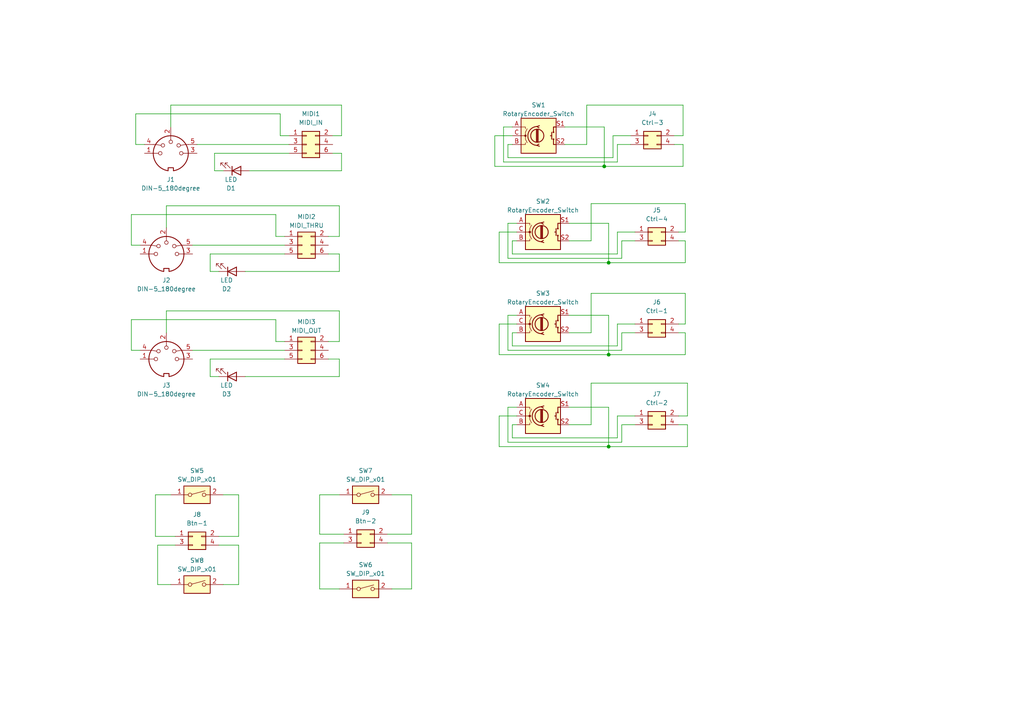
<source format=kicad_sch>
(kicad_sch (version 20231120) (generator "eeschema") (generator_version "8.0")
  (paper "A4")
  (lib_symbols
    (symbol "Connector:DIN-5_180degree" (pin_names (offset 1.016))
      (property "Reference" "J" (at 3.175 5.715 0))
      (property "Value" "DIN-5_180degree" (at 0 -6.35 0))
      (symbol "DIN-5_180degree_0_1"
        (arc (start -5.08 0) (mid -3.8609 -3.3364) (end -0.762 -5.08) (stroke (width 0.254)))
        (circle (center -3.048 0) (radius 0.508))
        (circle (center -2.286 2.286) (radius 0.508))
        (polyline (pts (xy -5.08 0) (xy -3.556 0)))
        (polyline (pts (xy 0 5.08) (xy 0 3.81)))
        (polyline (pts (xy 5.08 0) (xy 3.556 0)))
        (polyline (pts (xy -5.08 2.54) (xy -4.318 2.54) (xy -2.794 2.286)))
        (polyline (pts (xy 5.08 2.54) (xy 4.318 2.54) (xy 2.794 2.286)))
        (polyline (pts (xy -0.762 -4.953) (xy -0.762 -4.191) (xy 0.762 -4.191) (xy 0.762 -4.953)) (stroke (width 0.254)))
        (circle (center 0 3.302) (radius 0.508))
        (arc (start 0.762 -5.08) (mid 3.8685 -3.343) (end 5.08 0) (stroke (width 0.254)))
        (circle (center 2.286 2.286) (radius 0.508))
        (circle (center 3.048 0) (radius 0.508))
        (arc (start 5.08 0) (mid 0 5.0579) (end -5.08 0) (stroke (width 0.254)))
      )
      (symbol "DIN-5_180degree_1_1"
        (pin passive line (at -7.62 0 0) (length 2.54) (name "~") (number "1"))
        (pin passive line (at 0 7.62 270) (length 2.54) (name "~") (number "2"))
        (pin passive line (at 7.62 0 180) (length 2.54) (name "~") (number "3"))
        (pin passive line (at -7.62 2.54 0) (length 2.54) (name "~") (number "4"))
        (pin passive line (at 7.62 2.54 180) (length 2.54) (name "~") (number "5"))
      )
    )
    (symbol "Connector_Generic:Conn_02x02_Odd_Even" (pin_names (offset 1.016) hide)
      (property "Reference" "J" (at 1.27 2.54 0))
      (property "Value" "Conn_02x02_Odd_Even" (at 1.27 -5.08 0))
      (symbol "Conn_02x02_Odd_Even_1_1"
        (rectangle (start -1.27 -2.413) (end 0 -2.667) (stroke (width 0.1524)))
        (rectangle (start -1.27 0.127) (end 0 -0.127) (stroke (width 0.1524)))
        (rectangle (start -1.27 1.27) (end 3.81 -3.81) (stroke (width 0.254)) (fill (type background)))
        (rectangle (start 3.81 -2.413) (end 2.54 -2.667) (stroke (width 0.1524)))
        (rectangle (start 3.81 0.127) (end 2.54 -0.127) (stroke (width 0.1524)))
        (pin passive line (at -5.08 0 0) (length 3.81) (name "Pin_1") (number "1"))
        (pin passive line (at 7.62 0 180) (length 3.81) (name "Pin_2") (number "2"))
        (pin passive line (at -5.08 -2.54 0) (length 3.81) (name "Pin_3") (number "3"))
        (pin passive line (at 7.62 -2.54 180) (length 3.81) (name "Pin_4") (number "4"))
      )
    )
    (symbol "Connector_Generic:Conn_02x03_Odd_Even" (pin_names (offset 1.016) hide)
      (property "Reference" "J" (at 1.27 5.08 0))
      (property "Value" "Conn_02x03_Odd_Even" (at 1.27 -5.08 0))
      (symbol "Conn_02x03_Odd_Even_1_1"
        (rectangle (start -1.27 -2.413) (end 0 -2.667) (stroke (width 0.1524)))
        (rectangle (start -1.27 0.127) (end 0 -0.127) (stroke (width 0.1524)))
        (rectangle (start -1.27 2.667) (end 0 2.413) (stroke (width 0.1524)))
        (rectangle (start -1.27 3.81) (end 3.81 -3.81) (stroke (width 0.254)) (fill (type background)))
        (rectangle (start 3.81 -2.413) (end 2.54 -2.667) (stroke (width 0.1524)))
        (rectangle (start 3.81 0.127) (end 2.54 -0.127) (stroke (width 0.1524)))
        (rectangle (start 3.81 2.667) (end 2.54 2.413) (stroke (width 0.1524)))
        (pin passive line (at -5.08 2.54 0) (length 3.81) (name "Pin_1") (number "1"))
        (pin passive line (at 7.62 2.54 180) (length 3.81) (name "Pin_2") (number "2"))
        (pin passive line (at -5.08 0 0) (length 3.81) (name "Pin_3") (number "3"))
        (pin passive line (at 7.62 0 180) (length 3.81) (name "Pin_4") (number "4"))
        (pin passive line (at -5.08 -2.54 0) (length 3.81) (name "Pin_5") (number "5"))
        (pin passive line (at 7.62 -2.54 180) (length 3.81) (name "Pin_6") (number "6"))
      )
    )
    (symbol "Device:LED" (pin_numbers hide) (pin_names (offset 1.016) hide)
      (property "Reference" "D" (at 0 2.54 0))
      (property "Value" "LED" (at 0 -2.54 0))
      (symbol "LED_0_1"
        (polyline (pts (xy -1.27 -1.27) (xy -1.27 1.27)) (stroke (width 0.254)))
        (polyline (pts (xy -1.27 0) (xy 1.27 0)))
        (polyline (pts (xy 1.27 -1.27) (xy 1.27 1.27) (xy -1.27 0) (xy 1.27 -1.27)) (stroke (width 0.254)))
        (polyline (pts (xy -3.048 -0.762) (xy -4.572 -2.286) (xy -3.81 -2.286) (xy -4.572 -2.286) (xy -4.572 -1.524)))
        (polyline (pts (xy -1.778 -0.762) (xy -3.302 -2.286) (xy -2.54 -2.286) (xy -3.302 -2.286) (xy -3.302 -1.524)))
      )
      (symbol "LED_1_1"
        (pin passive line (at -3.81 0 0) (length 2.54) (name "K") (number "1"))
        (pin passive line (at 3.81 0 180) (length 2.54) (name "A") (number "2"))
      )
    )
    (symbol "Device:RotaryEncoder_Switch" (pin_names (offset 0.254) hide)
      (property "Reference" "SW" (at 0 6.604 0))
      (property "Value" "RotaryEncoder_Switch" (at 0 -6.604 0))
      (symbol "RotaryEncoder_Switch_0_1"
        (rectangle (start -5.08 5.08) (end 5.08 -5.08) (stroke (width 0.254)) (fill (type background)))
        (circle (center -3.81 0) (radius 0.254) (fill (type outline)))
        (circle (center -0.381 0) (radius 1.905) (stroke (width 0.254)))
        (arc (start -0.381 2.667) (mid -3.0988 -0.0635) (end -0.381 -2.794) (stroke (width 0.254)))
        (polyline (pts (xy -0.635 -1.778) (xy -0.635 1.778)) (stroke (width 0.254)))
        (polyline (pts (xy -0.381 -1.778) (xy -0.381 1.778)) (stroke (width 0.254)))
        (polyline (pts (xy -0.127 1.778) (xy -0.127 -1.778)) (stroke (width 0.254)))
        (polyline (pts (xy 3.81 0) (xy 3.429 0)) (stroke (width 0.254)))
        (polyline (pts (xy 3.81 1.016) (xy 3.81 -1.016)) (stroke (width 0.254)))
        (polyline (pts (xy -5.08 -2.54) (xy -3.81 -2.54) (xy -3.81 -2.032)))
        (polyline (pts (xy -5.08 2.54) (xy -3.81 2.54) (xy -3.81 2.032)))
        (polyline (pts (xy 0.254 -3.048) (xy -0.508 -2.794) (xy 0.127 -2.413)) (stroke (width 0.254)))
        (polyline (pts (xy 0.254 2.921) (xy -0.508 2.667) (xy 0.127 2.286)) (stroke (width 0.254)))
        (polyline (pts (xy 5.08 -2.54) (xy 4.318 -2.54) (xy 4.318 -1.016)) (stroke (width 0.254)))
        (polyline (pts (xy 5.08 2.54) (xy 4.318 2.54) (xy 4.318 1.016)) (stroke (width 0.254)))
        (polyline (pts (xy -5.08 0) (xy -3.81 0) (xy -3.81 -1.016) (xy -3.302 -2.032)))
        (polyline (pts (xy -4.318 0) (xy -3.81 0) (xy -3.81 1.016) (xy -3.302 2.032)))
        (circle (center 4.318 -1.016) (radius 0.127) (stroke (width 0.254)))
        (circle (center 4.318 1.016) (radius 0.127) (stroke (width 0.254)))
      )
      (symbol "RotaryEncoder_Switch_1_1"
        (pin passive line (at -7.62 2.54 0) (length 2.54) (name "A") (number "A"))
        (pin passive line (at -7.62 -2.54 0) (length 2.54) (name "B") (number "B"))
        (pin passive line (at -7.62 0 0) (length 2.54) (name "C") (number "C"))
        (pin passive line (at 7.62 2.54 180) (length 2.54) (name "S1") (number "S1"))
        (pin passive line (at 7.62 -2.54 180) (length 2.54) (name "S2") (number "S2"))
      )
    )
    (symbol "Switch:SW_DIP_x01" (pin_names (offset 0) hide)
      (property "Reference" "SW" (at 0 3.81 0))
      (property "Value" "SW_DIP_x01" (at 0 -3.81 0))
      (symbol "SW_DIP_x01_0_0"
        (circle (center -2.032 0) (radius 0.508))
        (polyline (pts (xy -1.524 0.127) (xy 2.3622 1.1684)))
        (circle (center 2.032 0) (radius 0.508))
      )
      (symbol "SW_DIP_x01_0_1"
        (rectangle (start -3.81 2.54) (end 3.81 -2.54) (stroke (width 0.254)) (fill (type background)))
      )
      (symbol "SW_DIP_x01_1_1"
        (pin passive line (at -7.62 0 0) (length 5.08) (name "~") (number "1"))
        (pin passive line (at 7.62 0 180) (length 5.08) (name "~") (number "2"))
      )
    )
  )
  (junction (at 176.53 76.2))
  (junction (at 175.26 48.26))
  (junction (at 176.53 129.54))
  (junction (at 176.53 102.87))
  (wire (pts (xy 80.01 68.58) (xy 80.01 62.23)))
  (wire (pts (xy 148.59 41.91) (xy 147.32 41.91)))
  (wire (pts (xy 82.55 99.06) (xy 80.01 99.06)))
  (wire (pts (xy 39.37 33.02) (xy 39.37 41.91)))
  (wire (pts (xy 171.45 123.19) (xy 165.1 123.19)))
  (wire (pts (xy 170.18 41.91) (xy 163.83 41.91)))
  (wire (pts (xy 148.59 69.85) (xy 148.59 73.66)))
  (wire (pts (xy 38.1 101.6) (xy 40.64 101.6)))
  (wire (pts (xy 171.45 69.85) (xy 171.45 59.055)))
  (wire (pts (xy 99.06 49.53) (xy 99.06 44.45)))
  (wire (pts (xy 95.25 68.58) (xy 98.425 68.58)))
  (wire (pts (xy 198.755 69.85) (xy 198.755 76.2)))
  (wire (pts (xy 180.34 74.93) (xy 180.34 69.85)))
  (wire (pts (xy 143.51 39.37) (xy 143.51 48.26)))
  (wire (pts (xy 149.86 93.98) (xy 144.78 93.98)))
  (wire (pts (xy 198.12 30.48) (xy 198.12 39.37)))
  (wire (pts (xy 146.05 36.83) (xy 146.05 46.99)))
  (wire (pts (xy 176.53 129.54) (xy 176.53 118.11)))
  (wire (pts (xy 39.37 41.91) (xy 41.91 41.91)))
  (wire (pts (xy 147.32 64.77) (xy 147.32 74.93)))
  (wire (pts (xy 179.07 100.33) (xy 179.07 93.98)))
  (wire (pts (xy 147.32 128.27) (xy 180.34 128.27)))
  (wire (pts (xy 50.8 158.115) (xy 45.72 158.115)))
  (wire (pts (xy 199.39 123.19) (xy 199.39 129.54)))
  (wire (pts (xy 92.71 143.51) (xy 98.425 143.51)))
  (wire (pts (xy 92.71 154.94) (xy 92.71 143.51)))
  (wire (pts (xy 196.85 123.19) (xy 199.39 123.19)))
  (wire (pts (xy 98.425 90.17) (xy 98.425 99.06)))
  (wire (pts (xy 38.1 71.12) (xy 40.64 71.12)))
  (wire (pts (xy 176.53 76.2) (xy 176.53 64.77)))
  (wire (pts (xy 60.96 109.22) (xy 63.5 109.22)))
  (wire (pts (xy 80.01 99.06) (xy 80.01 92.71)))
  (wire (pts (xy 119.38 170.815) (xy 113.665 170.815)))
  (wire (pts (xy 196.85 69.85) (xy 198.755 69.85)))
  (wire (pts (xy 170.18 30.48) (xy 198.12 30.48)))
  (wire (pts (xy 92.71 170.815) (xy 92.71 157.48)))
  (wire (pts (xy 99.06 44.45) (xy 96.52 44.45)))
  (wire (pts (xy 179.07 93.98) (xy 184.15 93.98)))
  (wire (pts (xy 148.59 123.19) (xy 148.59 127)))
  (wire (pts (xy 112.395 157.48) (xy 119.38 157.48)))
  (wire (pts (xy 149.86 123.19) (xy 148.59 123.19)))
  (wire (pts (xy 69.215 169.545) (xy 69.215 158.115)))
  (wire (pts (xy 99.695 154.94) (xy 92.71 154.94)))
  (wire (pts (xy 64.77 169.545) (xy 69.215 169.545)))
  (wire (pts (xy 147.32 101.6) (xy 180.34 101.6)))
  (wire (pts (xy 119.38 157.48) (xy 119.38 170.815)))
  (wire (pts (xy 98.425 109.22) (xy 98.425 104.14)))
  (wire (pts (xy 199.39 120.65) (xy 196.85 120.65)))
  (wire (pts (xy 179.07 67.31) (xy 184.15 67.31)))
  (wire (pts (xy 45.72 158.115) (xy 45.72 169.545)))
  (wire (pts (xy 98.425 99.06) (xy 95.25 99.06)))
  (wire (pts (xy 180.34 69.85) (xy 184.15 69.85)))
  (wire (pts (xy 148.59 73.66) (xy 179.07 73.66)))
  (wire (pts (xy 165.1 118.11) (xy 176.53 118.11)))
  (wire (pts (xy 180.34 101.6) (xy 180.34 96.52)))
  (wire (pts (xy 144.78 76.2) (xy 176.53 76.2)))
  (wire (pts (xy 49.53 30.48) (xy 99.06 30.48)))
  (wire (pts (xy 175.26 48.26) (xy 175.26 36.83)))
  (wire (pts (xy 149.86 64.77) (xy 147.32 64.77)))
  (wire (pts (xy 147.32 74.93) (xy 180.34 74.93)))
  (wire (pts (xy 55.88 71.12) (xy 82.55 71.12)))
  (wire (pts (xy 146.05 46.99) (xy 179.07 46.99)))
  (wire (pts (xy 198.12 39.37) (xy 195.58 39.37)))
  (wire (pts (xy 148.59 100.33) (xy 179.07 100.33)))
  (wire (pts (xy 177.8 45.72) (xy 177.8 39.37)))
  (wire (pts (xy 171.45 96.52) (xy 171.45 85.09)))
  (wire (pts (xy 80.01 92.71) (xy 38.1 92.71)))
  (wire (pts (xy 199.39 111.125) (xy 199.39 120.65)))
  (wire (pts (xy 179.07 73.66) (xy 179.07 67.31)))
  (wire (pts (xy 147.32 118.11) (xy 147.32 128.27)))
  (wire (pts (xy 144.78 120.65) (xy 144.78 129.54)))
  (wire (pts (xy 69.215 158.115) (xy 63.5 158.115)))
  (wire (pts (xy 99.06 39.37) (xy 96.52 39.37)))
  (wire (pts (xy 147.32 91.44) (xy 147.32 101.6)))
  (wire (pts (xy 119.38 143.51) (xy 119.38 154.94)))
  (wire (pts (xy 148.59 36.83) (xy 146.05 36.83)))
  (wire (pts (xy 62.23 44.45) (xy 83.82 44.45)))
  (wire (pts (xy 180.34 123.19) (xy 184.15 123.19)))
  (wire (pts (xy 179.07 120.65) (xy 184.15 120.65)))
  (wire (pts (xy 60.96 73.66) (xy 60.96 78.74)))
  (wire (pts (xy 60.96 104.14) (xy 60.96 109.22)))
  (wire (pts (xy 72.39 49.53) (xy 99.06 49.53)))
  (wire (pts (xy 45.72 169.545) (xy 49.53 169.545)))
  (wire (pts (xy 147.32 45.72) (xy 177.8 45.72)))
  (wire (pts (xy 83.82 39.37) (xy 81.28 39.37)))
  (wire (pts (xy 149.86 69.85) (xy 148.59 69.85)))
  (wire (pts (xy 198.755 102.87) (xy 176.53 102.87)))
  (wire (pts (xy 98.425 170.815) (xy 92.71 170.815)))
  (wire (pts (xy 55.88 101.6) (xy 82.55 101.6)))
  (wire (pts (xy 48.26 66.04) (xy 48.26 59.69)))
  (wire (pts (xy 198.12 48.26) (xy 175.26 48.26)))
  (wire (pts (xy 198.755 85.09) (xy 198.755 93.98)))
  (wire (pts (xy 147.32 41.91) (xy 147.32 45.72)))
  (wire (pts (xy 95.25 104.14) (xy 98.425 104.14)))
  (wire (pts (xy 198.755 96.52) (xy 198.755 102.87)))
  (wire (pts (xy 149.86 91.44) (xy 147.32 91.44)))
  (wire (pts (xy 170.18 41.91) (xy 170.18 30.48)))
  (wire (pts (xy 62.23 49.53) (xy 64.77 49.53)))
  (wire (pts (xy 45.085 155.575) (xy 50.8 155.575)))
  (wire (pts (xy 60.96 78.74) (xy 63.5 78.74)))
  (wire (pts (xy 195.58 41.91) (xy 198.12 41.91)))
  (wire (pts (xy 198.755 59.055) (xy 198.755 67.31)))
  (wire (pts (xy 113.665 143.51) (xy 119.38 143.51)))
  (wire (pts (xy 57.15 41.91) (xy 83.82 41.91)))
  (wire (pts (xy 171.45 96.52) (xy 165.1 96.52)))
  (wire (pts (xy 144.78 102.87) (xy 176.53 102.87)))
  (wire (pts (xy 81.28 33.02) (xy 39.37 33.02)))
  (wire (pts (xy 171.45 123.19) (xy 171.45 111.125)))
  (wire (pts (xy 179.07 127) (xy 179.07 120.65)))
  (wire (pts (xy 49.53 143.51) (xy 45.085 143.51)))
  (wire (pts (xy 60.96 73.66) (xy 82.55 73.66)))
  (wire (pts (xy 176.53 102.87) (xy 176.53 91.44)))
  (wire (pts (xy 149.86 118.11) (xy 147.32 118.11)))
  (wire (pts (xy 149.86 67.31) (xy 144.78 67.31)))
  (wire (pts (xy 48.26 59.69) (xy 98.425 59.69)))
  (wire (pts (xy 98.425 78.74) (xy 98.425 73.66)))
  (wire (pts (xy 165.1 91.44) (xy 176.53 91.44)))
  (wire (pts (xy 149.86 120.65) (xy 144.78 120.65)))
  (wire (pts (xy 45.085 143.51) (xy 45.085 155.575)))
  (wire (pts (xy 99.06 30.48) (xy 99.06 39.37)))
  (wire (pts (xy 62.23 44.45) (xy 62.23 49.53)))
  (wire (pts (xy 48.26 90.17) (xy 98.425 90.17)))
  (wire (pts (xy 98.425 73.66) (xy 95.25 73.66)))
  (wire (pts (xy 148.59 96.52) (xy 148.59 100.33)))
  (wire (pts (xy 48.26 96.52) (xy 48.26 90.17)))
  (wire (pts (xy 71.12 78.74) (xy 98.425 78.74)))
  (wire (pts (xy 71.12 109.22) (xy 98.425 109.22)))
  (wire (pts (xy 98.425 68.58) (xy 98.425 59.69)))
  (wire (pts (xy 199.39 129.54) (xy 176.53 129.54)))
  (wire (pts (xy 60.96 104.14) (xy 82.55 104.14)))
  (wire (pts (xy 82.55 68.58) (xy 80.01 68.58)))
  (wire (pts (xy 38.1 62.23) (xy 38.1 71.12)))
  (wire (pts (xy 49.53 30.48) (xy 49.53 36.83)))
  (wire (pts (xy 177.8 39.37) (xy 182.88 39.37)))
  (wire (pts (xy 80.01 62.23) (xy 38.1 62.23)))
  (wire (pts (xy 38.1 92.71) (xy 38.1 101.6)))
  (wire (pts (xy 149.86 96.52) (xy 148.59 96.52)))
  (wire (pts (xy 171.45 59.055) (xy 198.755 59.055)))
  (wire (pts (xy 198.755 67.31) (xy 196.85 67.31)))
  (wire (pts (xy 165.1 64.77) (xy 176.53 64.77)))
  (wire (pts (xy 163.83 36.83) (xy 175.26 36.83)))
  (wire (pts (xy 171.45 111.125) (xy 199.39 111.125)))
  (wire (pts (xy 69.215 155.575) (xy 69.215 143.51)))
  (wire (pts (xy 179.07 46.99) (xy 179.07 41.91)))
  (wire (pts (xy 144.78 129.54) (xy 176.53 129.54)))
  (wire (pts (xy 63.5 155.575) (xy 69.215 155.575)))
  (wire (pts (xy 196.85 96.52) (xy 198.755 96.52)))
  (wire (pts (xy 144.78 67.31) (xy 144.78 76.2)))
  (wire (pts (xy 180.34 96.52) (xy 184.15 96.52)))
  (wire (pts (xy 198.755 93.98) (xy 196.85 93.98)))
  (wire (pts (xy 198.755 76.2) (xy 176.53 76.2)))
  (wire (pts (xy 171.45 85.09) (xy 198.755 85.09)))
  (wire (pts (xy 179.07 41.91) (xy 182.88 41.91)))
  (wire (pts (xy 198.12 41.91) (xy 198.12 48.26)))
  (wire (pts (xy 180.34 128.27) (xy 180.34 123.19)))
  (wire (pts (xy 81.28 39.37) (xy 81.28 33.02)))
  (wire (pts (xy 144.78 93.98) (xy 144.78 102.87)))
  (wire (pts (xy 119.38 154.94) (xy 112.395 154.94)))
  (wire (pts (xy 69.215 143.51) (xy 64.77 143.51)))
  (wire (pts (xy 92.71 157.48) (xy 99.695 157.48)))
  (wire (pts (xy 148.59 127) (xy 179.07 127)))
  (wire (pts (xy 148.59 39.37) (xy 143.51 39.37)))
  (wire (pts (xy 171.45 69.85) (xy 165.1 69.85)))
  (wire (pts (xy 143.51 48.26) (xy 175.26 48.26)))
  (symbol (lib_id "Connector_Generic:Conn_02x02_Odd_Even") (at 189.23 120.65 0) (unit 1)
    (property "Reference" "J7" (at 190.5 114.3 0))
    (property "Value" "Ctrl-2" (at 190.5 116.84 0))
    (property "Footprint" "Connector_PinHeader_2.54mm:PinHeader_2x02_P2.54mm_Horizontal" (effects (hide yes)))
  )
  (symbol (lib_id "Connector_Generic:Conn_02x02_Odd_Even") (at 55.88 155.575 0) (unit 1)
    (property "Reference" "J8" (at 57.15 149.225 0))
    (property "Value" "Btn-1" (at 57.15 151.765 0))
    (property "Footprint" "Connector_PinHeader_2.54mm:PinHeader_2x02_P2.54mm_Horizontal" (effects (hide yes)))
  )
  (symbol (lib_id "Connector_Generic:Conn_02x03_Odd_Even") (at 88.9 41.91 0) (unit 1)
    (property "Reference" "MIDI1" (at 90.17 33.02 0))
    (property "Value" "MIDI_IN" (at 90.17 35.56 0))
    (property "Footprint" "Connector_PinHeader_2.54mm:PinHeader_2x03_P2.54mm_Horizontal" (effects (hide yes)))
  )
  (symbol (lib_id "Device:LED") (at 68.58 49.53 0) (mirror x) (unit 1)
    (property "Reference" "D1" (at 66.9925 54.61 0))
    (property "Value" "LED" (at 66.9925 52.07 0))
  )
  (symbol (lib_id "Connector_Generic:Conn_02x02_Odd_Even") (at 189.23 67.31 0) (unit 1)
    (property "Reference" "J5" (at 190.5 60.96 0))
    (property "Value" "Ctrl-4" (at 190.5 63.5 0))
    (property "Footprint" "Connector_PinHeader_2.54mm:PinHeader_2x02_P2.54mm_Horizontal" (effects (hide yes)))
  )
  (symbol (lib_id "Connector:DIN-5_180degree") (at 49.53 44.45 0) (unit 1)
    (property "Reference" "J1" (at 49.5301 52.07 0))
    (property "Value" "DIN-5_180degree" (at 49.5301 54.61 0))
    (property "Datasheet" "http://www.mouser.com/ds/2/18/40_c091_abd_e-75918.pdf" (effects (hide yes)))
  )
  (symbol (lib_id "Device:RotaryEncoder_Switch") (at 157.48 67.31 0) (unit 1)
    (property "Reference" "SW2" (at 157.48 58.42 0))
    (property "Value" "RotaryEncoder_Switch" (at 157.48 60.96 0))
  )
  (symbol (lib_id "Connector:DIN-5_180degree") (at 48.26 73.66 0) (unit 1)
    (property "Reference" "J2" (at 48.2601 81.28 0))
    (property "Value" "DIN-5_180degree" (at 48.2601 83.82 0))
    (property "Datasheet" "http://www.mouser.com/ds/2/18/40_c091_abd_e-75918.pdf" (effects (hide yes)))
  )
  (symbol (lib_id "Device:RotaryEncoder_Switch") (at 156.21 39.37 0) (unit 1)
    (property "Reference" "SW1" (at 156.21 30.48 0))
    (property "Value" "RotaryEncoder_Switch" (at 156.21 33.02 0))
  )
  (symbol (lib_id "Connector_Generic:Conn_02x02_Odd_Even") (at 104.775 154.94 0) (unit 1)
    (property "Reference" "J9" (at 106.045 148.59 0))
    (property "Value" "Btn-2" (at 106.045 151.13 0))
    (property "Footprint" "Connector_PinHeader_2.54mm:PinHeader_2x02_P2.54mm_Horizontal" (effects (hide yes)))
  )
  (symbol (lib_id "Device:LED") (at 67.31 78.74 0) (mirror x) (unit 1)
    (property "Reference" "D2" (at 65.7225 83.82 0))
    (property "Value" "LED" (at 65.7225 81.28 0))
  )
  (symbol (lib_id "Connector_Generic:Conn_02x02_Odd_Even") (at 187.96 39.37 0) (unit 1)
    (property "Reference" "J4" (at 189.23 33.02 0))
    (property "Value" "Ctrl-3" (at 189.23 35.56 0))
    (property "Footprint" "Connector_PinHeader_2.54mm:PinHeader_2x02_P2.54mm_Horizontal" (effects (hide yes)))
  )
  (symbol (lib_id "Switch:SW_DIP_x01") (at 57.15 169.545 0) (unit 1)
    (property "Reference" "SW8" (at 57.15 162.56 0))
    (property "Value" "SW_DIP_x01" (at 57.15 165.1 0))
  )
  (symbol (lib_id "Switch:SW_DIP_x01") (at 106.045 170.815 0) (unit 1)
    (property "Reference" "SW6" (at 106.045 163.83 0))
    (property "Value" "SW_DIP_x01" (at 106.045 166.37 0))
  )
  (symbol (lib_id "Switch:SW_DIP_x01") (at 106.045 143.51 0) (unit 1)
    (property "Reference" "SW7" (at 106.045 136.525 0))
    (property "Value" "SW_DIP_x01" (at 106.045 139.065 0))
  )
  (symbol (lib_id "Connector_Generic:Conn_02x02_Odd_Even") (at 189.23 93.98 0) (unit 1)
    (property "Reference" "J6" (at 190.5 87.63 0))
    (property "Value" "Ctrl-1" (at 190.5 90.17 0))
    (property "Footprint" "Connector_PinHeader_2.54mm:PinHeader_2x02_P2.54mm_Horizontal" (effects (hide yes)))
  )
  (symbol (lib_id "Device:RotaryEncoder_Switch") (at 157.48 93.98 0) (unit 1)
    (property "Reference" "SW3" (at 157.48 85.09 0))
    (property "Value" "RotaryEncoder_Switch" (at 157.48 87.63 0))
  )
  (symbol (lib_id "Connector_Generic:Conn_02x03_Odd_Even") (at 87.63 71.12 0) (unit 1)
    (property "Reference" "MIDI2" (at 88.9 62.865 0))
    (property "Value" "MIDI_THRU" (at 88.9 65.405 0))
    (property "Footprint" "Connector_PinHeader_2.54mm:PinHeader_2x03_P2.54mm_Horizontal" (effects (hide yes)))
  )
  (symbol (lib_id "Device:LED") (at 67.31 109.22 0) (mirror x) (unit 1)
    (property "Reference" "D3" (at 65.7225 114.3 0))
    (property "Value" "LED" (at 65.7225 111.76 0))
  )
  (symbol (lib_id "Connector:DIN-5_180degree") (at 48.26 104.14 0) (unit 1)
    (property "Reference" "J3" (at 48.2601 111.76 0))
    (property "Value" "DIN-5_180degree" (at 48.2601 114.3 0))
    (property "Datasheet" "http://www.mouser.com/ds/2/18/40_c091_abd_e-75918.pdf" (effects (hide yes)))
  )
  (symbol (lib_id "Device:RotaryEncoder_Switch") (at 157.48 120.65 0) (unit 1)
    (property "Reference" "SW4" (at 157.48 111.76 0))
    (property "Value" "RotaryEncoder_Switch" (at 157.48 114.3 0))
  )
  (symbol (lib_id "Connector_Generic:Conn_02x03_Odd_Even") (at 87.63 101.6 0) (unit 1)
    (property "Reference" "MIDI3" (at 88.9 93.345 0))
    (property "Value" "MIDI_OUT" (at 88.9 95.885 0))
    (property "Footprint" "Connector_PinHeader_2.54mm:PinHeader_2x03_P2.54mm_Horizontal" (effects (hide yes)))
  )
  (symbol (lib_id "Switch:SW_DIP_x01") (at 57.15 143.51 0) (unit 1)
    (property "Reference" "SW5" (at 57.15 136.525 0))
    (property "Value" "SW_DIP_x01" (at 57.15 139.065 0))
  )
)
</source>
